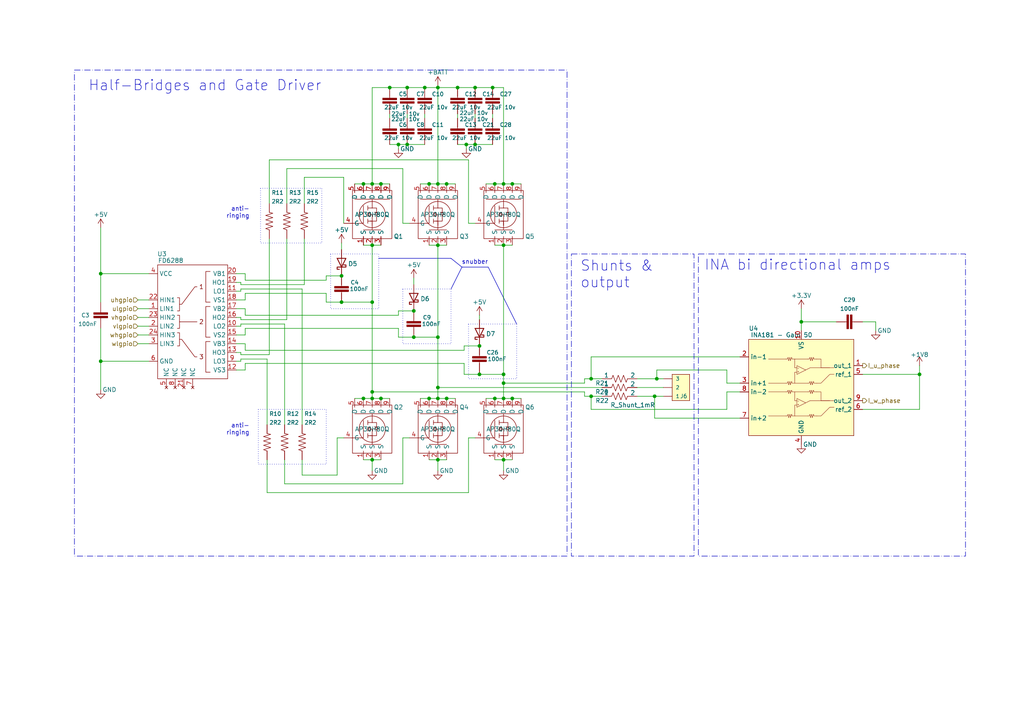
<source format=kicad_sch>
(kicad_sch (version 20231120) (generator "eeschema") (generator_version "8.0")
  (paper "A4")
  (lib_symbols
    (symbol "Device:D_Schottky" (pin_numbers hide) (pin_names (offset 1.016) hide)
      (property "Reference" "D" (at 0 2.54 0))
      (property "Value" "D_Schottky" (at 0 -2.54 0))
      (symbol "D_Schottky_0_1"
        (polyline (pts (xy 1.27 0) (xy -1.27 0)))
        (polyline (pts (xy 1.27 1.27) (xy 1.27 -1.27) (xy -1.27 0) (xy 1.27 1.27)) (stroke (width 0.254)))
        (polyline (pts (xy -1.905 0.635) (xy -1.905 1.27) (xy -1.27 1.27) (xy -1.27 -1.27) (xy -0.635 -1.27) (xy -0.635 -0.635)) (stroke (width 0.254)))
      )
      (symbol "D_Schottky_1_1"
        (pin passive line (at -3.81 0 0) (length 2.54) (name "K") (number "1"))
        (pin passive line (at 3.81 0 180) (length 2.54) (name "A") (number "2"))
      )
    )
    (symbol "R_Shunt_US_1" (pin_numbers hide) (pin_names (offset 0))
      (property "Reference" "R15" (at 3.81 6.35 90))
      (property "Value" "R_Shunt_US" (at 6.35 -3.81 90))
      (symbol "R_Shunt_US_1_1_1"
        (polyline (pts (xy 0 -2.286) (xy 0 -2.54)))
        (polyline (pts (xy 0 2.286) (xy 0 2.54)))
        (polyline (pts (xy 0 -0.762) (xy 1.016 -1.143) (xy 0 -1.524) (xy -1.016 -1.905) (xy 0 -2.286)))
        (polyline (pts (xy 0 0.762) (xy 1.016 0.381) (xy 0 0) (xy -1.016 -0.381) (xy 0 -0.762)))
        (polyline (pts (xy 0 2.286) (xy 1.016 1.905) (xy 0 1.524) (xy -1.016 1.143) (xy 0 0.762)))
        (pin passive line (at 0 5.08 270) (length 2.54) (name "1") (number "1"))
        (pin passive line (at 0 -5.08 90) (length 2.54) (name "2") (number "2"))
      )
    )
    (symbol "motorgo_components:AP30H80Q"
      (property "Reference" "Q" (at -8.255 8.255 0))
      (symbol "AP30H80Q_0_1"
        (polyline (pts (xy -5.08 4.445) (xy 5.08 4.445)))
        (polyline (pts (xy -2.54 -4.445) (xy 2.54 -4.445)))
        (polyline (pts (xy -1.27 -1.27) (xy -1.27 -2.54)))
        (polyline (pts (xy -1.27 0.635) (xy -1.27 -0.635)))
        (polyline (pts (xy -1.27 2.54) (xy -1.27 1.27)))
        (polyline (pts (xy 0 -1.905) (xy 0 -4.445)))
        (polyline (pts (xy 0 1.905) (xy 0 4.445)))
        (polyline (pts (xy 0.635 0.635) (xy 1.905 0.635)))
        (polyline (pts (xy -0.635 0) (xy 0 0) (xy 0 -3.175)))
        (polyline (pts (xy 1.27 0.635) (xy 1.27 1.905) (xy 0 1.905)))
        (polyline (pts (xy -0.635 0.635) (xy -1.27 0) (xy -0.635 -0.635) (xy -0.635 0.635)))
        (polyline (pts (xy -5.715 -2.54) (xy -5.715 -2.54) (xy -5.715 -2.54) (xy -2.54 -2.54) (xy -2.54 2.54)))
        (polyline (pts (xy -0.635 -1.905) (xy 1.27 -1.905) (xy 1.27 0) (xy 0.635 0) (xy 1.27 0.635) (xy 1.905 0) (xy 1.27 0)))
        (circle (center 0 0) (radius 3.81))
      )
      (symbol "AP30H80Q_1_1"
        (rectangle (start -5.715 6.985) (end 5.715 -6.985))
        (polyline (pts (xy -1.27 -1.905) (xy 0 -1.905)))
        (polyline (pts (xy -1.27 1.905) (xy 0 1.905)))
        (pin input line (at -2.54 -8.89 90) (length 2.54) (name "S") (number "1"))
        (pin input line (at 0 -8.89 90) (length 2.54) (name "S") (number "2"))
        (pin input line (at 2.54 -8.89 90) (length 2.54) (name "S") (number "3"))
        (pin input line (at -8.255 -2.54 0) (length 2.54) (name "G") (number "4"))
        (pin input line (at -5.08 8.89 270) (length 2.54) (name "D") (number "5"))
        (pin input line (at -2.54 8.89 270) (length 2.54) (name "D") (number "6"))
        (pin input line (at 0 8.89 270) (length 2.54) (name "D") (number "7"))
        (pin input line (at 2.54 8.89 270) (length 2.54) (name "D") (number "8"))
        (pin input line (at 5.08 8.89 270) (length 2.54) (name "D") (number "9"))
      )
    )
    (symbol "motorgo_components:FD6288Q"
      (property "Reference" "U" (at -8.89 17.78 0))
      (symbol "FD6288Q_0_1"
        (rectangle (start -10.16 16.51) (end 10.16 -16.51))
        (polyline (pts (xy 5.08 -14.605) (xy 3.81 -14.605) (xy 3.81 -5.715) (xy 5.08 -5.715)))
        (polyline (pts (xy 5.08 -4.445) (xy 3.81 -4.445) (xy 3.81 4.445) (xy 5.08 4.445)))
        (polyline (pts (xy 5.08 5.715) (xy 3.81 5.715) (xy 3.81 14.605) (xy 5.08 14.605)))
      )
      (symbol "FD6288Q_1_1"
        (polyline (pts (xy -3.81 0) (xy 1.27 0)))
        (polyline (pts (xy -4.445 -6.985) (xy -3.81 -6.985) (xy -3.81 -3.175) (xy -4.445 -3.175)))
        (polyline (pts (xy -4.445 -1.905) (xy -3.81 -1.905) (xy -3.81 1.905) (xy -4.445 1.905)))
        (polyline (pts (xy -4.445 3.175) (xy -3.81 3.175) (xy -3.81 6.985) (xy -4.445 6.985)))
        (polyline (pts (xy -3.81 -5.08) (xy -3.175 -5.08) (xy 0.635 -10.16) (xy 1.27 -10.16)))
        (polyline (pts (xy -3.81 5.08) (xy -3.175 5.08) (xy 0.635 10.16) (xy 1.27 10.16)))
        (text "1" (at 2.54 10.16 0) (effects (font (size 1.27 1.27))))
        (text "2" (at 2.54 0 0) (effects (font (size 1.27 1.27))))
        (text "3" (at 2.54 -10.16 0) (effects (font (size 1.27 1.27))))
        (pin input line (at -12.7 3.81 0) (length 2.54) (name "LIN1") (number "1"))
        (pin output line (at 12.7 -1.27 180) (length 2.54) (name "LO2") (number "10"))
        (pin output line (at 12.7 8.89 180) (length 2.54) (name "LO1") (number "11"))
        (pin input line (at 12.7 -13.97 180) (length 2.54) (name "VS3") (number "12"))
        (pin output line (at 12.7 -8.89 180) (length 2.54) (name "HO3") (number "13"))
        (pin input line (at 12.7 -6.35 180) (length 2.54) (name "VB3") (number "14"))
        (pin input line (at 12.7 -3.81 180) (length 2.54) (name "VS2") (number "15"))
        (pin output line (at 12.7 1.27 180) (length 2.54) (name "HO2") (number "16"))
        (pin input line (at 12.7 3.81 180) (length 2.54) (name "VB2") (number "17"))
        (pin input line (at 12.7 6.35 180) (length 2.54) (name "VS1") (number "18"))
        (pin output line (at 12.7 11.43 180) (length 2.54) (name "HO1") (number "19"))
        (pin input line (at -12.7 -1.27 0) (length 2.54) (name "LIN2") (number "2"))
        (pin input line (at 12.7 13.97 180) (length 2.54) (name "VB1") (number "20"))
        (pin no_connect line (at -2.54 -19.05 90) (length 2.54) (name "NC") (number "21"))
        (pin input line (at -12.7 6.35 0) (length 2.54) (name "HIN1") (number "22"))
        (pin input line (at -12.7 1.27 0) (length 2.54) (name "HIN2") (number "23"))
        (pin input line (at -12.7 -3.81 0) (length 2.54) (name "HIN3") (number "24"))
        (pin input line (at -12.7 -6.35 0) (length 2.54) (name "LIN3") (number "3"))
        (pin power_in line (at -12.7 13.97 0) (length 2.54) (name "VCC") (number "4"))
        (pin no_connect line (at -7.62 -19.05 90) (length 2.54) (name "NC") (number "5"))
        (pin power_in line (at -12.7 -11.43 0) (length 2.54) (name "GND") (number "6"))
        (pin no_connect line (at 0 -19.05 90) (length 2.54) (name "NC") (number "7"))
        (pin no_connect line (at -5.08 -19.05 90) (length 2.54) (name "NC") (number "8"))
        (pin output line (at 12.7 -11.43 180) (length 2.54) (name "LO3") (number "9"))
      )
    )
    (symbol "motorgo_components:INA2181"
      (property "Reference" "U" (at -14.605 15.24 0))
      (property "Value" "INA2181" (at -7.62 15.24 0))
      (symbol "INA2181_1_1"
        (rectangle (start -15.24 13.97) (end 15.24 -13.97) (fill (type background)))
        (polyline (pts (xy -9.525 -1.27) (xy -4.445 -1.27)) (stroke (width 0.1)))
        (polyline (pts (xy -9.525 8.255) (xy -4.445 8.255)) (stroke (width 0.1)))
        (polyline (pts (xy -4.445 -8.255) (xy -9.525 -8.255)) (stroke (width 0.1)))
        (polyline (pts (xy -4.445 1.27) (xy -9.525 1.27)) (stroke (width 0.1)))
        (polyline (pts (xy -1.016 -4.953) (xy -0.762 -4.953)) (stroke (width 0.1)))
        (polyline (pts (xy -1.016 -3.937) (xy -0.762 -3.937)) (stroke (width 0.1)))
        (polyline (pts (xy -1.016 4.572) (xy -0.762 4.572)) (stroke (width 0.1)))
        (polyline (pts (xy -1.016 5.588) (xy -0.762 5.588)) (stroke (width 0.1)))
        (polyline (pts (xy -0.889 -5.08) (xy -0.889 -4.826)) (stroke (width 0.1)))
        (polyline (pts (xy -0.889 4.445) (xy -0.889 4.699)) (stroke (width 0.1)))
        (polyline (pts (xy 1.27 -4.445) (xy 2.54 -3.81) (xy 8.255 -3.81)) (stroke (width 0.1)))
        (polyline (pts (xy 1.27 5.08) (xy 2.54 5.715) (xy 8.255 5.715)) (stroke (width 0.1)))
        (polyline (pts (xy -1.27 -5.08) (xy -1.905 -5.08) (xy -1.905 -8.255) (xy 1.905 -8.255)) (stroke (width 0.1)))
        (polyline (pts (xy -1.27 -3.81) (xy -1.905 -3.81) (xy -1.905 -1.27) (xy 1.905 -1.27)) (stroke (width 0.1)))
        (polyline (pts (xy -1.27 -3.175) (xy -1.27 -5.715) (xy 1.27 -4.445) (xy -1.27 -3.175)) (stroke (width 0.1)))
        (polyline (pts (xy -1.27 4.445) (xy -1.905 4.445) (xy -1.905 1.27) (xy 1.905 1.27)) (stroke (width 0.1)))
        (polyline (pts (xy -1.27 5.715) (xy -1.905 5.715) (xy -1.905 8.255) (xy 1.905 8.255)) (stroke (width 0.1)))
        (polyline (pts (xy -1.27 6.35) (xy -1.27 3.81) (xy 1.27 5.08) (xy -1.27 6.35)) (stroke (width 0.1)))
        (polyline (pts (xy 4.445 -8.255) (xy 5.715 -8.255) (xy 8.255 -5.715) (xy 9.525 -5.715)) (stroke (width 0.1)))
        (polyline (pts (xy 4.445 1.27) (xy 5.715 1.27) (xy 8.255 3.81) (xy 9.525 3.81)) (stroke (width 0.1)))
        (polyline (pts (xy 9.525 -3.81) (xy 5.715 -3.81) (xy 5.715 -1.27) (xy 4.445 -1.27)) (stroke (width 0.1)))
        (polyline (pts (xy 9.525 5.715) (xy 5.715 5.715) (xy 5.715 8.255) (xy 4.445 8.255)) (stroke (width 0.1)))
        (polyline (pts (xy -4.445 -8.255) (xy -4.064 -8.255) (xy -3.81 -7.747) (xy -3.683 -8.763) (xy -3.302 -7.747) (xy -3.175 -8.763) (xy -2.794 -7.747) (xy -2.667 -8.255) (xy -1.905 -8.255)) (stroke (width 0.1)))
        (polyline (pts (xy -4.445 -1.27) (xy -4.064 -1.27) (xy -3.81 -0.762) (xy -3.683 -1.778) (xy -3.302 -0.762) (xy -3.175 -1.778) (xy -2.794 -0.762) (xy -2.667 -1.27) (xy -1.905 -1.27)) (stroke (width 0.1)))
        (polyline (pts (xy -4.445 1.27) (xy -4.064 1.27) (xy -3.81 1.778) (xy -3.683 0.762) (xy -3.302 1.778) (xy -3.175 0.762) (xy -2.794 1.778) (xy -2.667 1.27) (xy -1.905 1.27)) (stroke (width 0.1)))
        (polyline (pts (xy -4.445 8.255) (xy -4.064 8.255) (xy -3.81 8.763) (xy -3.683 7.747) (xy -3.302 8.763) (xy -3.175 7.747) (xy -2.794 8.763) (xy -2.667 8.255) (xy -1.905 8.255)) (stroke (width 0.1)))
        (polyline (pts (xy 1.905 -8.255) (xy 2.286 -8.255) (xy 2.54 -7.747) (xy 2.667 -8.763) (xy 3.048 -7.747) (xy 3.175 -8.763) (xy 3.556 -7.747) (xy 3.683 -8.255) (xy 4.445 -8.255)) (stroke (width 0.1)))
        (polyline (pts (xy 1.905 -1.27) (xy 2.286 -1.27) (xy 2.54 -0.762) (xy 2.667 -1.778) (xy 3.048 -0.762) (xy 3.175 -1.778) (xy 3.556 -0.762) (xy 3.683 -1.27) (xy 4.445 -1.27)) (stroke (width 0.1)))
        (polyline (pts (xy 1.905 1.27) (xy 2.286 1.27) (xy 2.54 1.778) (xy 2.667 0.762) (xy 3.048 1.778) (xy 3.175 0.762) (xy 3.556 1.778) (xy 3.683 1.27) (xy 4.445 1.27)) (stroke (width 0.1)))
        (polyline (pts (xy 1.905 8.255) (xy 2.286 8.255) (xy 2.54 8.763) (xy 2.667 7.747) (xy 3.048 8.763) (xy 3.175 7.747) (xy 3.556 8.763) (xy 3.683 8.255) (xy 4.445 8.255)) (stroke (width 0.1)))
        (pin input line (at 17.78 6.35 180) (length 2.54) (name "out_1") (number "1"))
        (pin power_in line (at 0 16.51 270) (length 2.54) (name "VS") (number "10"))
        (pin input line (at -17.78 8.89 0) (length 2.54) (name "in-1") (number "2"))
        (pin input line (at -17.78 1.27 0) (length 2.54) (name "in+1") (number "3"))
        (pin power_in line (at 0 -16.51 90) (length 2.54) (name "GND") (number "4"))
        (pin input line (at 17.78 3.81 180) (length 2.54) (name "ref_1") (number "5"))
        (pin input line (at 17.78 -6.35 180) (length 2.54) (name "ref_2") (number "6"))
        (pin input line (at -17.78 -8.89 0) (length 2.54) (name "in+2") (number "7"))
        (pin input line (at -17.78 -1.27 0) (length 2.54) (name "in-2") (number "8"))
        (pin input line (at 17.78 -3.81 180) (length 2.54) (name "out_2") (number "9"))
      )
    )
    (symbol "power:+1V8" (power) (pin_names (offset 0))
      (property "Value" "+1V8" (at 0 3.556 0))
      (symbol "+1V8_0_1"
        (polyline (pts (xy -0.762 1.27) (xy 0 2.54)))
        (polyline (pts (xy 0 0) (xy 0 2.54)))
        (polyline (pts (xy 0 2.54) (xy 0.762 1.27)))
      )
      (symbol "+1V8_1_1"
        (pin power_in line (at 0 0 90) (length 0) hide (name "+1V8") (number "1"))
      )
    )
    (symbol "power:+3.3V" (power) (pin_names (offset 0))
      (property "Value" "+3.3V" (at 0 3.556 0))
      (symbol "+3.3V_0_1"
        (polyline (pts (xy -0.762 1.27) (xy 0 2.54)))
        (polyline (pts (xy 0 0) (xy 0 2.54)))
        (polyline (pts (xy 0 2.54) (xy 0.762 1.27)))
      )
      (symbol "+3.3V_1_1"
        (pin power_in line (at 0 0 90) (length 0) hide (name "+3.3V") (number "1"))
      )
    )
    (symbol "power:+5V" (power) (pin_names (offset 0))
      (property "Value" "+5V" (at 0 3.556 0))
      (symbol "+5V_0_1"
        (polyline (pts (xy -0.762 1.27) (xy 0 2.54)))
        (polyline (pts (xy 0 0) (xy 0 2.54)))
        (polyline (pts (xy 0 2.54) (xy 0.762 1.27)))
      )
      (symbol "+5V_1_1"
        (pin power_in line (at 0 0 90) (length 0) hide (name "+5V") (number "1"))
      )
    )
    (symbol "power:+BATT" (power) (pin_names (offset 0))
      (property "Value" "+BATT" (at 0 3.556 0))
      (symbol "+BATT_0_1"
        (polyline (pts (xy -0.762 1.27) (xy 0 2.54)))
        (polyline (pts (xy 0 0) (xy 0 2.54)))
        (polyline (pts (xy 0 2.54) (xy 0.762 1.27)))
      )
      (symbol "+BATT_1_1"
        (pin power_in line (at 0 0 90) (length 0) hide (name "+BATT") (number "1"))
      )
    )
    (symbol "power:GND" (power) (pin_names (offset 0))
      (property "Value" "GND" (at 0 -3.81 0))
      (symbol "GND_0_1"
        (polyline (pts (xy 0 0) (xy 0 -1.27) (xy 1.27 -1.27) (xy 0 -2.54) (xy -1.27 -1.27) (xy 0 -1.27)))
      )
      (symbol "GND_1_1"
        (pin power_in line (at 0 0 270) (length 0) hide (name "GND") (number "1"))
      )
    )
    (symbol "sparkfun_capacitors:0.1UF-0402-16V-10%" (pin_numbers hide) (pin_names (offset 1.016) hide)
      (property "Reference" "C" (at 1.524 2.921 0))
      (property "Value" "0.1UF-0402-16V-10%" (at 1.524 -2.159 0))
      (property "Field4" "CAP-12416" (at 0 7.62 0))
      (symbol "0.1UF-0402-16V-10%_1_0"
        (polyline (pts (xy 0 0) (xy 0 0.508)))
        (polyline (pts (xy 0 2.54) (xy 0 2.032)))
      )
      (symbol "0.1UF-0402-16V-10%_1_1"
        (rectangle (start -2.032 0.508) (end 2.032 1.016) (fill (type outline)))
        (rectangle (start -2.032 1.524) (end 2.032 2.032) (fill (type outline)))
        (pin passive line (at 0 5.08 270) (length 2.54) (name "1") (number "1"))
        (pin passive line (at 0 -2.54 90) (length 2.54) (name "2") (number "2"))
      )
    )
    (symbol "sparkfun_connectors:CONN_03POLAR_LOCK" (pin_numbers hide) (pin_names (offset 1.016))
      (property "Reference" "J" (at -5.08 7.62 0))
      (property "Value" "CONN_03POLAR_LOCK" (at -5.08 -3.81 0))
      (property "Field4" "CONN-08625" (at 0 11.43 0))
      (symbol "CONN_03POLAR_LOCK_0_1"
        (rectangle (start -5.08 6.35) (end 0 -1.27) (fill (type background)))
      )
      (symbol "CONN_03POLAR_LOCK_1_1"
        (pin passive line (at 2.54 0 180) (length 2.54) (name "1") (number "1"))
        (pin passive line (at 2.54 2.54 180) (length 2.54) (name "2") (number "2"))
        (pin passive line (at 2.54 5.08 180) (length 2.54) (name "3") (number "3"))
      )
    )
    (symbol "sparkfun_resistors:RESISTOR0603" (pin_numbers hide) (pin_names (offset 1.016) hide)
      (property "Reference" "R" (at -5.08 1.27 0))
      (property "Value" "RESISTOR0603" (at -5.08 -3.81 0))
      (property "Field4" " " (at 0 5.08 0))
      (symbol "RESISTOR0603_1_0"
        (polyline (pts (xy -2.54 0) (xy -2.159 1.016)))
        (polyline (pts (xy -2.159 1.016) (xy -1.524 -1.016)))
        (polyline (pts (xy -1.524 -1.016) (xy -0.889 1.016)))
        (polyline (pts (xy -0.889 1.016) (xy -0.254 -1.016)))
        (polyline (pts (xy -0.254 -1.016) (xy 0.381 1.016)))
        (polyline (pts (xy 0.381 1.016) (xy 1.016 -1.016)))
        (polyline (pts (xy 1.016 -1.016) (xy 1.651 1.016)))
        (polyline (pts (xy 1.651 1.016) (xy 2.286 -1.016)))
        (polyline (pts (xy 2.286 -1.016) (xy 2.54 0)))
      )
      (symbol "RESISTOR0603_1_1"
        (pin passive line (at -5.08 0 0) (length 2.54) (name "1") (number "1"))
        (pin passive line (at 5.08 0 180) (length 2.54) (name "2") (number "2"))
      )
    )
  )
  (junction (at 29.21 79.375))
  (junction (at 120.015 90.17))
  (junction (at 143.51 115.57))
  (junction (at 123.19 25.4))
  (junction (at 113.03 25.4))
  (junction (at 107.95 53.34))
  (junction (at 146.05 133.35))
  (junction (at 107.95 87.63))
  (junction (at 124.46 53.34))
  (junction (at 129.54 115.57))
  (junction (at 142.875 25.4))
  (junction (at 232.41 93.345))
  (junction (at 129.54 53.34))
  (junction (at 139.065 100.33))
  (junction (at 143.51 53.34))
  (junction (at 29.21 104.775))
  (junction (at 146.05 115.57))
  (junction (at 120.015 97.79))
  (junction (at 115.57 41.91))
  (junction (at 110.49 53.34))
  (junction (at 132.715 25.4))
  (junction (at 127 53.34))
  (junction (at 127 71.12))
  (junction (at 124.46 115.57))
  (junction (at 137.795 41.91))
  (junction (at 107.95 71.12))
  (junction (at 127 25.4))
  (junction (at 127 97.79))
  (junction (at 127 112.395))
  (junction (at 146.05 71.12))
  (junction (at 137.795 25.4))
  (junction (at 146.05 108.585))
  (junction (at 127 133.35))
  (junction (at 171.45 109.855))
  (junction (at 139.065 108.585))
  (junction (at 110.49 115.57))
  (junction (at 146.05 53.34))
  (junction (at 118.11 41.91))
  (junction (at 266.7 108.585))
  (junction (at 148.59 115.57))
  (junction (at 148.59 53.34))
  (junction (at 105.41 115.57))
  (junction (at 107.95 133.35))
  (junction (at 99.06 80.01))
  (junction (at 135.255 41.91))
  (junction (at 146.05 111.125))
  (junction (at 190.5 109.855))
  (junction (at 107.95 115.57))
  (junction (at 105.41 53.34))
  (junction (at 99.06 87.63))
  (junction (at 118.11 25.4))
  (junction (at 127 115.57))
  (junction (at 171.45 114.935))
  (junction (at 189.865 114.935))
  (junction (at 107.95 113.665))
  (wire (pts (xy 71.12 81.28) (xy 71.12 79.375)))
  (wire (pts (xy 69.85 94.615) (xy 68.58 94.615)))
  (wire (pts (xy 88.265 51.435) (xy 99.695 51.435)))
  (wire (pts (xy 127 97.79) (xy 127 112.395)))
  (wire (pts (xy 124.46 133.35) (xy 127 133.35)))
  (wire (pts (xy 40.005 97.155) (xy 43.18 97.155)))
  (polyline (pts (xy 109.855 74.93) (xy 130.81 74.93)))
  (wire (pts (xy 71.12 107.315) (xy 71.12 105.41)))
  (wire (pts (xy 127 53.34) (xy 129.54 53.34)))
  (wire (pts (xy 78.105 59.055) (xy 78.105 46.355)))
  (wire (pts (xy 132.715 25.4) (xy 137.795 25.4)))
  (wire (pts (xy 148.59 115.57) (xy 151.13 115.57)))
  (wire (pts (xy 71.12 105.41) (xy 134.62 105.41)))
  (wire (pts (xy 171.45 109.855) (xy 169.545 109.855)))
  (wire (pts (xy 171.45 109.855) (xy 174.625 109.855)))
  (wire (pts (xy 88.265 51.435) (xy 88.265 59.055)))
  (wire (pts (xy 135.89 142.875) (xy 77.47 142.875)))
  (wire (pts (xy 146.05 115.57) (xy 148.59 115.57)))
  (wire (pts (xy 127 112.395) (xy 127 115.57)))
  (wire (pts (xy 127 115.57) (xy 129.54 115.57)))
  (wire (pts (xy 146.05 111.125) (xy 169.545 111.125)))
  (wire (pts (xy 115.57 41.91) (xy 118.11 41.91)))
  (wire (pts (xy 110.49 53.34) (xy 113.03 53.34)))
  (wire (pts (xy 82.55 140.335) (xy 116.84 140.335)))
  (wire (pts (xy 171.45 114.935) (xy 171.45 118.745)))
  (wire (pts (xy 69.85 93.98) (xy 82.55 93.98)))
  (wire (pts (xy 116.84 48.895) (xy 83.185 48.895)))
  (wire (pts (xy 137.795 33.02) (xy 137.795 34.29)))
  (wire (pts (xy 97.79 127) (xy 99.695 127)))
  (wire (pts (xy 127 71.12) (xy 129.54 71.12)))
  (wire (pts (xy 29.21 95.25) (xy 29.21 104.775)))
  (wire (pts (xy 232.41 93.345) (xy 232.41 95.885)))
  (wire (pts (xy 68.58 92.075) (xy 69.85 92.075)))
  (wire (pts (xy 123.19 25.4) (xy 127 25.4)))
  (wire (pts (xy 143.51 53.34) (xy 146.05 53.34)))
  (wire (pts (xy 115.57 91.44) (xy 115.57 90.17)))
  (wire (pts (xy 135.255 41.91) (xy 135.255 43.18)))
  (wire (pts (xy 40.005 89.535) (xy 43.18 89.535)))
  (wire (pts (xy 124.46 115.57) (xy 127 115.57)))
  (wire (pts (xy 71.12 81.28) (xy 94.615 81.28)))
  (wire (pts (xy 71.12 85.09) (xy 94.615 85.09)))
  (wire (pts (xy 87.63 137.795) (xy 87.63 133.35)))
  (wire (pts (xy 210.82 113.665) (xy 210.82 118.745)))
  (wire (pts (xy 115.57 90.17) (xy 120.015 90.17)))
  (wire (pts (xy 69.85 84.455) (xy 68.58 84.455)))
  (wire (pts (xy 134.62 108.585) (xy 139.065 108.585)))
  (wire (pts (xy 143.51 115.57) (xy 146.05 115.57)))
  (wire (pts (xy 116.84 64.77) (xy 118.745 64.77)))
  (wire (pts (xy 105.41 53.34) (xy 107.95 53.34)))
  (wire (pts (xy 250.19 118.745) (xy 266.7 118.745)))
  (wire (pts (xy 127 24.765) (xy 127 25.4)))
  (wire (pts (xy 184.7717 112.395) (xy 192.405 112.395)))
  (wire (pts (xy 139.065 108.585) (xy 146.05 108.585)))
  (wire (pts (xy 107.95 25.4) (xy 107.95 53.34)))
  (wire (pts (xy 69.85 81.915) (xy 68.58 81.915)))
  (wire (pts (xy 169.545 114.935) (xy 171.45 114.935)))
  (wire (pts (xy 113.03 33.02) (xy 113.03 34.29)))
  (wire (pts (xy 135.89 46.355) (xy 135.89 64.77)))
  (wire (pts (xy 102.87 115.57) (xy 105.41 115.57)))
  (wire (pts (xy 107.95 25.4) (xy 113.03 25.4)))
  (wire (pts (xy 115.57 95.25) (xy 115.57 97.79)))
  (wire (pts (xy 107.95 115.57) (xy 110.49 115.57)))
  (wire (pts (xy 115.57 97.79) (xy 120.015 97.79)))
  (wire (pts (xy 232.41 93.345) (xy 242.57 93.345)))
  (polyline (pts (xy 141.605 77.47) (xy 133.985 77.47)))
  (wire (pts (xy 143.51 71.12) (xy 146.05 71.12)))
  (wire (pts (xy 40.005 86.995) (xy 43.18 86.995)))
  (wire (pts (xy 71.12 79.375) (xy 68.58 79.375)))
  (wire (pts (xy 118.11 25.4) (xy 123.19 25.4)))
  (wire (pts (xy 120.015 80.645) (xy 120.015 82.55)))
  (wire (pts (xy 146.05 71.12) (xy 146.05 108.585)))
  (wire (pts (xy 190.5 107.315) (xy 190.5 109.855)))
  (wire (pts (xy 169.545 113.665) (xy 169.545 114.935)))
  (wire (pts (xy 97.79 137.795) (xy 87.63 137.795)))
  (wire (pts (xy 110.49 115.57) (xy 113.03 115.57)))
  (wire (pts (xy 189.865 121.285) (xy 214.63 121.285)))
  (wire (pts (xy 134.62 101.6) (xy 134.62 100.33)))
  (wire (pts (xy 69.85 92.075) (xy 69.85 92.71)))
  (wire (pts (xy 88.265 69.215) (xy 88.265 82.55)))
  (wire (pts (xy 105.41 71.12) (xy 107.95 71.12)))
  (wire (pts (xy 171.45 118.745) (xy 210.82 118.745)))
  (wire (pts (xy 94.615 80.01) (xy 99.06 80.01)))
  (wire (pts (xy 43.18 79.375) (xy 29.21 79.375)))
  (wire (pts (xy 118.11 33.02) (xy 118.11 34.29)))
  (wire (pts (xy 29.21 104.775) (xy 29.21 113.03)))
  (wire (pts (xy 40.005 94.615) (xy 43.18 94.615)))
  (wire (pts (xy 116.84 127) (xy 118.745 127)))
  (wire (pts (xy 68.58 107.315) (xy 71.12 107.315)))
  (wire (pts (xy 116.84 127) (xy 116.84 140.335)))
  (wire (pts (xy 118.11 25.4) (xy 113.03 25.4)))
  (polyline (pts (xy 131.445 82.55) (xy 130.81 83.82)))
  (wire (pts (xy 107.95 133.35) (xy 110.49 133.35)))
  (wire (pts (xy 107.95 87.63) (xy 107.95 113.665)))
  (wire (pts (xy 78.105 102.87) (xy 78.105 69.215)))
  (wire (pts (xy 115.57 41.91) (xy 115.57 43.18)))
  (wire (pts (xy 146.05 133.35) (xy 146.05 136.525)))
  (wire (pts (xy 169.545 111.125) (xy 169.545 109.855)))
  (wire (pts (xy 148.59 53.34) (xy 151.13 53.34)))
  (wire (pts (xy 107.95 133.35) (xy 107.95 136.525)))
  (wire (pts (xy 210.82 107.315) (xy 210.82 111.125)))
  (wire (pts (xy 71.12 86.995) (xy 68.58 86.995)))
  (wire (pts (xy 99.06 70.485) (xy 99.06 72.39)))
  (wire (pts (xy 135.89 64.77) (xy 137.795 64.77)))
  (wire (pts (xy 123.19 33.02) (xy 123.19 34.29)))
  (wire (pts (xy 29.21 104.775) (xy 43.18 104.775)))
  (wire (pts (xy 83.185 48.895) (xy 83.185 59.055)))
  (wire (pts (xy 146.05 111.125) (xy 146.05 115.57)))
  (wire (pts (xy 129.54 115.57) (xy 132.08 115.57)))
  (wire (pts (xy 190.5 107.315) (xy 210.82 107.315)))
  (wire (pts (xy 121.92 115.57) (xy 124.46 115.57)))
  (wire (pts (xy 139.065 107.95) (xy 139.065 108.585)))
  (wire (pts (xy 146.05 133.35) (xy 148.59 133.35)))
  (wire (pts (xy 135.89 127) (xy 135.89 142.875)))
  (wire (pts (xy 189.865 114.935) (xy 192.405 114.935)))
  (wire (pts (xy 127 25.4) (xy 132.715 25.4)))
  (wire (pts (xy 71.12 91.44) (xy 115.57 91.44)))
  (wire (pts (xy 254 93.345) (xy 254 95.885)))
  (wire (pts (xy 69.85 102.87) (xy 78.105 102.87)))
  (wire (pts (xy 142.875 33.02) (xy 142.875 34.29)))
  (wire (pts (xy 116.84 48.895) (xy 116.84 64.77)))
  (wire (pts (xy 250.19 108.585) (xy 266.7 108.585)))
  (wire (pts (xy 137.795 25.4) (xy 142.875 25.4)))
  (wire (pts (xy 29.21 79.375) (xy 29.21 66.04)))
  (wire (pts (xy 146.05 108.585) (xy 146.05 111.125)))
  (wire (pts (xy 137.795 41.91) (xy 142.875 41.91)))
  (wire (pts (xy 68.58 97.155) (xy 71.12 97.155)))
  (wire (pts (xy 146.05 25.4) (xy 142.875 25.4)))
  (wire (pts (xy 140.97 115.57) (xy 143.51 115.57)))
  (wire (pts (xy 87.63 123.19) (xy 87.63 83.82)))
  (wire (pts (xy 68.58 99.695) (xy 71.12 99.695)))
  (wire (pts (xy 69.85 82.55) (xy 69.85 81.915)))
  (wire (pts (xy 69.85 104.14) (xy 69.85 104.775)))
  (wire (pts (xy 107.95 113.665) (xy 169.545 113.665)))
  (wire (pts (xy 210.82 111.125) (xy 214.63 111.125)))
  (wire (pts (xy 132.715 33.02) (xy 132.715 34.29)))
  (wire (pts (xy 94.615 87.63) (xy 99.06 87.63)))
  (wire (pts (xy 127 71.12) (xy 127 97.79)))
  (wire (pts (xy 71.12 85.09) (xy 71.12 86.995)))
  (wire (pts (xy 40.005 92.075) (xy 43.18 92.075)))
  (wire (pts (xy 184.785 114.935) (xy 189.865 114.935)))
  (polyline (pts (xy 130.81 74.93) (xy 133.985 77.47)))
  (wire (pts (xy 120.015 97.79) (xy 127 97.79)))
  (wire (pts (xy 77.47 104.14) (xy 69.85 104.14)))
  (wire (pts (xy 71.12 95.25) (xy 115.57 95.25)))
  (wire (pts (xy 68.58 102.235) (xy 69.85 102.235)))
  (wire (pts (xy 77.47 123.19) (xy 77.47 104.14)))
  (wire (pts (xy 250.19 93.345) (xy 254 93.345)))
  (wire (pts (xy 105.41 133.35) (xy 107.95 133.35)))
  (wire (pts (xy 189.865 114.935) (xy 189.865 121.285)))
  (wire (pts (xy 107.95 71.12) (xy 110.49 71.12)))
  (wire (pts (xy 87.63 83.82) (xy 69.85 83.82)))
  (wire (pts (xy 68.58 89.535) (xy 71.12 89.535)))
  (wire (pts (xy 184.785 109.855) (xy 190.5 109.855)))
  (wire (pts (xy 68.58 104.775) (xy 69.85 104.775)))
  (wire (pts (xy 71.12 99.695) (xy 71.12 101.6)))
  (wire (pts (xy 124.46 53.34) (xy 127 53.34)))
  (wire (pts (xy 124.46 71.12) (xy 127 71.12)))
  (wire (pts (xy 146.05 53.34) (xy 148.59 53.34)))
  (wire (pts (xy 97.79 127) (xy 97.79 137.795)))
  (wire (pts (xy 143.51 133.35) (xy 146.05 133.35)))
  (wire (pts (xy 140.97 53.34) (xy 143.51 53.34)))
  (wire (pts (xy 132.715 41.91) (xy 135.255 41.91)))
  (wire (pts (xy 77.47 142.875) (xy 77.47 133.35)))
  (wire (pts (xy 69.85 93.98) (xy 69.85 94.615)))
  (wire (pts (xy 71.12 89.535) (xy 71.12 91.44)))
  (wire (pts (xy 69.85 92.71) (xy 83.185 92.71)))
  (wire (pts (xy 266.7 106.045) (xy 266.7 108.585)))
  (wire (pts (xy 82.55 93.98) (xy 82.55 123.19)))
  (wire (pts (xy 171.45 103.505) (xy 214.63 103.505)))
  (wire (pts (xy 139.065 91.44) (xy 139.065 92.71)))
  (wire (pts (xy 107.95 113.665) (xy 107.95 115.57)))
  (wire (pts (xy 266.7 108.585) (xy 266.7 118.745)))
  (polyline (pts (xy 131.445 82.55) (xy 133.985 77.47)))
  (wire (pts (xy 102.87 53.34) (xy 105.41 53.34)))
  (wire (pts (xy 105.41 115.57) (xy 107.95 115.57)))
  (wire (pts (xy 71.12 101.6) (xy 134.62 101.6)))
  (wire (pts (xy 121.92 53.34) (xy 124.46 53.34)))
  (wire (pts (xy 134.62 100.33) (xy 139.065 100.33)))
  (wire (pts (xy 190.5 109.855) (xy 192.405 109.855)))
  (wire (pts (xy 69.85 102.235) (xy 69.85 102.87)))
  (wire (pts (xy 127 25.4) (xy 127 53.34)))
  (wire (pts (xy 127 112.395) (xy 174.6117 112.395)))
  (wire (pts (xy 135.89 127) (xy 137.795 127)))
  (wire (pts (xy 40.005 99.695) (xy 43.18 99.695)))
  (wire (pts (xy 210.82 113.665) (xy 214.63 113.665)))
  (wire (pts (xy 118.11 41.91) (xy 123.19 41.91)))
  (wire (pts (xy 113.03 41.91) (xy 115.57 41.91)))
  (wire (pts (xy 82.55 133.35) (xy 82.55 140.335)))
  (polyline (pts (xy 149.86 93.98) (xy 141.605 77.47)))
  (wire (pts (xy 146.05 25.4) (xy 146.05 53.34)))
  (wire (pts (xy 127 133.35) (xy 129.54 133.35)))
  (wire (pts (xy 71.12 97.155) (xy 71.12 95.25)))
  (wire (pts (xy 146.05 71.12) (xy 148.59 71.12)))
  (wire (pts (xy 94.615 81.28) (xy 94.615 80.01)))
  (wire (pts (xy 107.95 53.34) (xy 110.49 53.34)))
  (wire (pts (xy 135.255 41.91) (xy 137.795 41.91)))
  (wire (pts (xy 29.21 79.375) (xy 29.21 87.63)))
  (wire (pts (xy 171.45 114.935) (xy 174.625 114.935)))
  (wire (pts (xy 69.85 83.82) (xy 69.85 84.455)))
  (wire (pts (xy 99.695 51.435) (xy 99.695 64.77)))
  (wire (pts (xy 134.62 105.41) (xy 134.62 108.585)))
  (wire (pts (xy 171.45 109.855) (xy 171.45 103.505)))
  (wire (pts (xy 78.105 46.355) (xy 135.89 46.355)))
  (wire (pts (xy 107.95 71.12) (xy 107.95 87.63)))
  (wire (pts (xy 232.41 89.535) (xy 232.41 93.345)))
  (wire (pts (xy 129.54 53.34) (xy 132.08 53.34)))
  (wire (pts (xy 127 133.35) (xy 127 136.525)))
  (wire (pts (xy 94.615 85.09) (xy 94.615 87.63)))
  (wire (pts (xy 88.265 82.55) (xy 69.85 82.55)))
  (wire (pts (xy 83.185 69.215) (xy 83.185 92.71)))
  (wire (pts (xy 99.06 87.63) (xy 107.95 87.63)))
  (rectangle (start 165.735 73.66) (end 201.295 161.29) (stroke (width 0) (type dash_dot)))
  (rectangle (start 75.565 54.61) (end 93.345 70.485) (stroke (width 0) (type dot)))
  (rectangle (start 116.84 83.82) (end 130.81 99.695) (stroke (width 0) (type dot)))
  (rectangle (start 21.59 20.32) (end 164.465 161.29) (stroke (width 0) (type dash_dot)))
  (rectangle (start 202.565 73.66) (end 280.035 161.29) (stroke (width 0) (type dash_dot)))
  (rectangle (start 95.885 73.66) (end 109.855 89.535) (stroke (width 0) (type dot)))
  (rectangle (start 135.89 93.98) (end 149.86 109.855) (stroke (width 0) (type dot)))
  (rectangle (start 74.93 118.745) (end 94.615 134.62) (stroke (width 0) (type dot)))
  (text "Shunts & \noutput" (at 168.275 83.82 0) (effects (font (size 3 3)) (justify left bottom)))
  (text "anti-\nringing" (at 72.39 126.365 0) (effects (font (size 1.27 1.27)) (justify right bottom)))
  (text "Half-Bridges and Gate Driver\n" (at 93.345 26.67 0) (effects (font (size 3 3)) (justify right bottom)))
  (text "INA bi directional amps" (at 258.445 78.74 0) (effects (font (size 3 3)) (justify right bottom)))
  (text "anti-\nringing" (at 72.39 63.5 0) (effects (font (size 1.27 1.27)) (justify right bottom)))
  (text "snubber\n" (at 141.605 76.835 0) (effects (font (size 1.27 1.27)) (justify right bottom)))
  (hierarchical_label "ulgpio" (shape input) (at 40.005 89.535 180))
  (hierarchical_label "vhgpio" (shape input) (at 40.005 92.075 180))
  (hierarchical_label "uhgpio" (shape input) (at 40.005 86.995 180))
  (hierarchical_label "I_u_phase" (shape output) (at 250.19 106.045 0))
  (hierarchical_label "vlgpio" (shape input) (at 40.005 94.615 180))
  (hierarchical_label "wlgpio" (shape input) (at 40.005 99.695 180))
  (hierarchical_label "I_w_phase" (shape output) (at 250.19 116.205 0))
  (hierarchical_label "whgpio" (shape input) (at 40.005 97.155 180))
  (symbol (lib_id "sparkfun_connectors:CONN_03POLAR_LOCK") (at 194.945 114.935 0) (mirror y) (unit 1)
    (property "Reference" "J6" (at 197.2281 114.909 0) (effects (font (size 1.143 1.143)) (justify right)))
    (property "Value" "DNP" (effects (hide yes)))
    (property "Footprint" "Awesome_Alex_Library:3 phase motor" (effects (hide yes)))
    (property "Field4" "CONN-08625" (effects (hide yes)))
    (property "LCSC_Part_Number" "-" (effects (hide yes)))
  )
  (symbol (lib_id "motorgo_components:AP30H80Q") (at 127 124.46 0) (unit 1)
    (property "Reference" "Q4" (at 134.62 118.11 0))
    (property "Value" "AP30H80Q" (at 127 124.46 0))
    (property "Footprint" "kicad_lceda:AP30H80Q_DFN-8" (effects (hide yes)))
    (property "Datasheet" "https://datasheet.lcsc.com/lcsc/2105241819_ALLPOWER-ShenZhen-Quan-Li-Semiconductor-AP30H80Q_C2828592.pdf" (effects (hide yes)))
    (property "LCSC_Part_Number" "C2828592" (effects (hide yes)))
  )
  (symbol (lib_name "R_Shunt_US_1") (lib_id "Device:R_Shunt_US") (at 179.6917 112.395 90) (unit 1)
    (property "Reference" "R20" (at 174.6117 113.665 90))
    (property "Value" "R_Shunt_1mR" (effects (hide yes)))
    (property "Footprint" "Resistor_SMD:R_2512_6332Metric" (effects (hide yes)))
    (property "Datasheet" "https://datasheet.lcsc.com/lcsc/2209140930_LIZ-Elec-RM2512FBR001GS_C5154734.pdf" (effects (hide yes)))
    (property "LCSC_Part_Number" "C5154734" (effects (hide yes)))
  )
  (symbol (lib_id "sparkfun_resistors:RESISTOR0603") (at 87.63 128.27 90) (unit 1)
    (property "Reference" "R14" (at 88.265 120.015 90) (effects (font (size 1.143 1.143)) (justify right)))
    (property "Value" "2R2" (at 88.265 122.555 90) (effects (font (size 1.143 1.143)) (justify right)))
    (property "Footprint" "Resistor_SMD:R_0402_1005Metric" (effects (hide yes)))
    (property "Field4" " " (at 90.17 131.445 90) (effects (font (size 1.524 1.524)) (justify right)))
    (property "LCSC_Part_Number" "C25158" (effects (hide yes)))
  )
  (symbol (lib_id "sparkfun_capacitors:0.1UF-0402-16V-10%") (at 142.875 27.94 180) (unit 1)
    (property "Reference" "C27" (at 146.685 27.305 0) (effects (font (size 1.143 1.143))))
    (property "Value" "22uF 10v" (at 145.415 31.115 0) (effects (font (size 1.143 1.143))))
    (property "Footprint" "Capacitor_SMD:C_0402_1005Metric" (effects (hide yes)))
    (property "Datasheet" "https://datasheet.lcsc.com/lcsc/2308111745_Murata-Electronics-GRM158R61A226ME15D_C3845593.pdf" (effects (hide yes)))
    (property "Field4" "CAP-12416" (effects (hide yes)))
    (property "LCSC_Part_Number" "C3845593" (effects (hide yes)))
  )
  (symbol (lib_id "power:GND") (at 107.95 136.525 0) (unit 1)
    (property "Reference" "#PWR032" (effects (hide yes)))
    (property "Value" "GND" (at 110.49 136.525 0))
  )
  (symbol (lib_id "motorgo_components:AP30H80Q") (at 146.05 62.23 0) (unit 1)
    (property "Reference" "Q5" (at 153.67 68.58 0))
    (property "Value" "AP30H80Q" (at 146.05 62.23 0))
    (property "Footprint" "kicad_lceda:AP30H80Q_DFN-8" (effects (hide yes)))
    (property "Datasheet" "https://datasheet.lcsc.com/lcsc/2105241819_ALLPOWER-ShenZhen-Quan-Li-Semiconductor-AP30H80Q_C2828592.pdf" (effects (hide yes)))
    (property "LCSC_Part_Number" "C2828592" (effects (hide yes)))
  )
  (symbol (lib_id "motorgo_components:FD6288Q") (at 55.88 93.345 0) (unit 1)
    (property "Reference" "U3" (at 46.99 73.66 0))
    (property "Value" "FD6288" (at 49.53 75.565 0))
    (property "Footprint" "kicad_lceda:FD6288Q_QFN-24" (effects (hide yes)))
    (property "Datasheet" "https://datasheet.lcsc.com/lcsc/1811131655_Fortior-Tech-FD6288Q_C328453.pdf" (effects (hide yes)))
    (property "LCSC_Part_Number" "C328453" (effects (hide yes)))
  )
  (symbol (lib_id "motorgo_components:AP30H80Q") (at 146.05 124.46 0) (unit 1)
    (property "Reference" "Q6" (at 153.67 118.11 0))
    (property "Value" "AP30H80Q" (at 146.05 124.46 0))
    (property "Footprint" "kicad_lceda:AP30H80Q_DFN-8" (effects (hide yes)))
    (property "Datasheet" "https://datasheet.lcsc.com/lcsc/2105241819_ALLPOWER-ShenZhen-Quan-Li-Semiconductor-AP30H80Q_C2828592.pdf" (effects (hide yes)))
    (property "LCSC_Part_Number" "C2828592" (effects (hide yes)))
  )
  (symbol (lib_id "motorgo_components:INA2181") (at 232.41 112.395 0) (unit 1)
    (property "Reference" "U4" (at 217.17 95.25 0) (effects (justify left)))
    (property "Value" "INA181 - Gain 50" (at 226.695 97.155 0))
    (property "Footprint" "aaa_motorgo_components:INA2181_VSSOP_10" (effects (hide yes)))
    (property "Datasheet" "https://datasheet.lcsc.com/lcsc/2304140030_Texas-Instruments-INA2181A1IDGSR_C1848164.pdf" (effects (hide yes)))
    (property "LCSC_Part_Number" "C1848164" (effects (hide yes)))
  )
  (symbol (lib_id "sparkfun_capacitors:0.1UF-0402-16V-10%") (at 132.715 27.94 180) (unit 1)
    (property "Reference" "C12" (at 136.525 27.305 0) (effects (font (size 1.143 1.143))))
    (property "Value" "22uF 10v" (at 135.255 31.115 0) (effects (font (size 1.143 1.143))))
    (property "Footprint" "Capacitor_SMD:C_0402_1005Metric" (effects (hide yes)))
    (property "Datasheet" "https://datasheet.lcsc.com/lcsc/2308111745_Murata-Electronics-GRM158R61A226ME15D_C3845593.pdf" (effects (hide yes)))
    (property "Field4" "CAP-12416" (effects (hide yes)))
    (property "LCSC_Part_Number" "C3845593" (effects (hide yes)))
  )
  (symbol (lib_id "sparkfun_capacitors:0.1UF-0402-16V-10%") (at 142.875 36.83 180) (unit 1)
    (property "Reference" "C28" (at 146.685 36.195 0) (effects (font (size 1.143 1.143))))
    (property "Value" "22uF 10v" (at 145.415 40.005 0) (effects (font (size 1.143 1.143))))
    (property "Footprint" "Capacitor_SMD:C_0402_1005Metric" (effects (hide yes)))
    (property "Datasheet" "https://datasheet.lcsc.com/lcsc/2308111745_Murata-Electronics-GRM158R61A226ME15D_C3845593.pdf" (effects (hide yes)))
    (property "Field4" "CAP-12416" (effects (hide yes)))
    (property "LCSC_Part_Number" "C3845593" (effects (hide yes)))
  )
  (symbol (lib_id "power:GND") (at 29.21 113.03 0) (unit 1)
    (property "Reference" "#PWR030" (effects (hide yes)))
    (property "Value" "GND" (at 31.75 113.03 0))
  )
  (symbol (lib_id "power:GND") (at 135.255 43.18 0) (unit 1)
    (property "Reference" "#PWR037" (effects (hide yes)))
    (property "Value" "GND" (at 137.795 43.18 0))
  )
  (symbol (lib_id "sparkfun_resistors:RESISTOR0603") (at 82.55 128.27 90) (unit 1)
    (property "Reference" "R12" (at 83.185 120.015 90) (effects (font (size 1.143 1.143)) (justify right)))
    (property "Value" "2R2" (at 83.185 122.555 90) (effects (font (size 1.143 1.143)) (justify right)))
    (property "Footprint" "Resistor_SMD:R_0402_1005Metric" (effects (hide yes)))
    (property "Field4" " " (at 85.09 131.445 90) (effects (font (size 1.524 1.524)) (justify right)))
    (property "LCSC_Part_Number" "C25158" (effects (hide yes)))
  )
  (symbol (lib_id "sparkfun_capacitors:0.1UF-0402-16V-10%") (at 118.11 27.94 180) (unit 1)
    (property "Reference" "C7" (at 121.92 27.305 0) (effects (font (size 1.143 1.143))))
    (property "Value" "22uF 10v" (at 117.602 33.02 0) (effects (font (size 1.143 1.143))))
    (property "Footprint" "Capacitor_SMD:C_0402_1005Metric" (effects (hide yes)))
    (property "Datasheet" "https://datasheet.lcsc.com/lcsc/2308111745_Murata-Electronics-GRM158R61A226ME15D_C3845593.pdf" (effects (hide yes)))
    (property "Field4" "CAP-12416" (effects (hide yes)))
    (property "LCSC_Part_Number" "C3845593" (effects (hide yes)))
  )
  (symbol (lib_id "sparkfun_capacitors:0.1UF-0402-16V-10%") (at 139.065 102.87 180) (unit 1)
    (property "Reference" "C26" (at 142.875 102.235 0) (effects (font (size 1.143 1.143))))
    (property "Value" "100nF" (at 144.145 104.14 0) (effects (font (size 1.143 1.143))))
    (property "Footprint" "Capacitor_SMD:C_0402_1005Metric" (effects (hide yes)))
    (property "Datasheet" "https://datasheet.lcsc.com/lcsc/2203221430_YAGEO-CC0402KRX7R7BB104_C60474.pdf" (effects (hide yes)))
    (property "Field4" "CAP-12416" (effects (hide yes)))
    (property "LCSC_Part_Number" "C60474" (effects (hide yes)))
    (property "Manufacturer_Part_Number" "CC0402KRX7R7BB104" (effects (hide yes)))
  )
  (symbol (lib_id "power:GND") (at 127 136.525 0) (unit 1)
    (property "Reference" "#PWR036" (effects (hide yes)))
    (property "Value" "GND" (at 129.54 136.525 0))
  )
  (symbol (lib_id "sparkfun_capacitors:0.1UF-0402-16V-10%") (at 113.03 36.83 180) (unit 1)
    (property "Reference" "C6" (at 116.84 36.195 0) (effects (font (size 1.143 1.143))))
    (property "Value" "22uF 10v" (at 115.57 40.005 0) (effects (font (size 1.143 1.143))))
    (property "Footprint" "Capacitor_SMD:C_0402_1005Metric" (effects (hide yes)))
    (property "Datasheet" "https://datasheet.lcsc.com/lcsc/2308111745_Murata-Electronics-GRM158R61A226ME15D_C3845593.pdf" (effects (hide yes)))
    (property "Field4" "CAP-12416" (effects (hide yes)))
    (property "LCSC_Part_Number" "C3845593" (effects (hide yes)))
  )
  (symbol (lib_id "power:+5V") (at 139.065 91.44 0) (unit 1)
    (property "Reference" "#PWR039" (effects (hide yes)))
    (property "Value" "+5V" (at 139.065 87.63 0))
  )
  (symbol (lib_id "power:GND") (at 115.57 43.18 0) (unit 1)
    (property "Reference" "#PWR033" (effects (hide yes)))
    (property "Value" "GND" (at 118.11 43.18 0))
  )
  (symbol (lib_id "sparkfun_capacitors:0.1UF-0402-16V-10%") (at 29.21 92.71 0) (unit 1)
    (property "Reference" "C3" (at 24.765 91.44 0) (effects (font (size 1.143 1.143))))
    (property "Value" "100nF" (at 25.4 93.98 0) (effects (font (size 1.143 1.143))))
    (property "Footprint" "Capacitor_SMD:C_0402_1005Metric" (effects (hide yes)))
    (property "Datasheet" "https://datasheet.lcsc.com/lcsc/2203221430_YAGEO-CC0402KRX7R7BB104_C60474.pdf" (effects (hide yes)))
    (property "Field4" "CAP-12416" (effects (hide yes)))
    (property "LCSC_Part_Number" "C60474" (effects (hide yes)))
    (property "Manufacturer_Part_Number" "CC0402KRX7R7BB104" (effects (hide yes)))
  )
  (symbol (lib_id "sparkfun_capacitors:0.1UF-0402-16V-10%") (at 123.19 36.83 180) (unit 1)
    (property "Reference" "C11" (at 127 36.195 0) (effects (font (size 1.143 1.143))))
    (property "Value" "22uF 10v" (at 125.73 40.005 0) (effects (font (size 1.143 1.143))))
    (property "Footprint" "Capacitor_SMD:C_0402_1005Metric" (effects (hide yes)))
    (property "Datasheet" "https://datasheet.lcsc.com/lcsc/2308111745_Murata-Electronics-GRM158R61A226ME15D_C3845593.pdf" (effects (hide yes)))
    (property "Field4" "CAP-12416" (effects (hide yes)))
    (property "LCSC_Part_Number" "C3845593" (effects (hide yes)))
  )
  (symbol (lib_id "sparkfun_capacitors:0.1UF-0402-16V-10%") (at 118.11 36.83 180) (unit 1)
    (property "Reference" "C8" (at 121.92 36.195 0) (effects (font (size 1.143 1.143))))
    (property "Value" "22uF 10v" (at 117.602 34.544 0) (effects (font (size 1.143 1.143))))
    (property "Footprint" "Capacitor_SMD:C_0402_1005Metric" (effects (hide yes)))
    (property "Datasheet" "https://datasheet.lcsc.com/lcsc/2308111745_Murata-Electronics-GRM158R61A226ME15D_C3845593.pdf" (effects (hide yes)))
    (property "Field4" "CAP-12416" (effects (hide yes)))
    (property "LCSC_Part_Number" "C3845593" (effects (hide yes)))
  )
  (symbol (lib_id "power:GND") (at 254 95.885 0) (unit 1)
    (property "Reference" "#PWR043" (effects (hide yes)))
    (property "Value" "GND" (at 256.54 95.885 0))
  )
  (symbol (lib_id "power:GND") (at 232.41 128.905 0) (unit 1)
    (property "Reference" "#PWR042" (effects (hide yes)))
    (property "Value" "GND" (at 234.95 128.905 0))
  )
  (symbol (lib_id "power:+5V") (at 29.21 66.04 0) (unit 1)
    (property "Reference" "#PWR029" (effects (hide yes)))
    (property "Value" "+5V" (at 29.21 62.23 0))
  )
  (symbol (lib_id "sparkfun_capacitors:0.1UF-0402-16V-10%") (at 137.795 36.83 180) (unit 1)
    (property "Reference" "C21" (at 141.605 36.195 0) (effects (font (size 1.143 1.143))))
    (property "Value" "22uF 10v" (at 137.414 34.544 0) (effects (font (size 1.143 1.143))))
    (property "Footprint" "Capacitor_SMD:C_0402_1005Metric" (effects (hide yes)))
    (property "Datasheet" "https://datasheet.lcsc.com/lcsc/2308111745_Murata-Electronics-GRM158R61A226ME15D_C3845593.pdf" (effects (hide yes)))
    (property "Field4" "CAP-12416" (effects (hide yes)))
    (property "LCSC_Part_Number" "C3845593" (effects (hide yes)))
  )
  (symbol (lib_id "motorgo_components:AP30H80Q") (at 107.95 124.46 0) (unit 1)
    (property "Reference" "Q2" (at 115.57 118.11 0))
    (property "Value" "AP30H80Q" (at 107.95 124.46 0))
    (property "Footprint" "kicad_lceda:AP30H80Q_DFN-8" (effects (hide yes)))
    (property "Datasheet" "https://datasheet.lcsc.com/lcsc/2105241819_ALLPOWER-ShenZhen-Quan-Li-Semiconductor-AP30H80Q_C2828592.pdf" (effects (hide yes)))
    (property "LCSC_Part_Number" "C2828592" (effects (hide yes)))
  )
  (symbol (lib_id "Device:D_Schottky") (at 120.015 86.36 90) (unit 1)
    (property "Reference" "D6" (at 121.92 86.6775 90) (effects (justify right)))
    (property "Value" "D_Schottky" (effects (hide yes)))
    (property "Footprint" "LCSC_parts:B5819WS_SOD-323" (effects (hide yes)))
    (property "LCSC_Part_Number" "C7420331" (effects (hide yes)))
  )
  (symbol (lib_id "power:+5V") (at 99.06 70.485 0) (unit 1)
    (property "Reference" "#PWR031" (effects (hide yes)))
    (property "Value" "+5V" (at 99.06 66.675 0))
  )
  (symbol (lib_id "sparkfun_resistors:RESISTOR0603") (at 78.105 64.135 90) (unit 1)
    (property "Reference" "R11" (at 78.74 55.88 90) (effects (font (size 1.143 1.143)) (justify right)))
    (property "Value" "2R2" (at 78.74 58.42 90) (effects (font (size 1.143 1.143)) (justify right)))
    (property "Footprint" "Resistor_SMD:R_0402_1005Metric" (effects (hide yes)))
    (property "Field4" " " (at 80.645 67.31 90) (effects (font (size 1.524 1.524)) (justify right)))
    (property "LCSC_Part_Number" "C25158" (effects (hide yes)))
  )
  (symbol (lib_id "motorgo_components:AP30H80Q") (at 107.95 62.23 0) (unit 1)
    (property "Reference" "Q1" (at 115.57 68.58 0))
    (property "Value" "AP30H80Q" (at 107.95 62.23 0))
    (property "Footprint" "kicad_lceda:AP30H80Q_DFN-8" (effects (hide yes)))
    (property "Datasheet" "https://datasheet.lcsc.com/lcsc/2105241819_ALLPOWER-ShenZhen-Quan-Li-Semiconductor-AP30H80Q_C2828592.pdf" (effects (hide yes)))
    (property "LCSC_Part_Number" "C2828592" (effects (hide yes)))
  )
  (symbol (lib_name "R_Shunt_US_1") (lib_id "Device:R_Shunt_US") (at 179.705 114.935 90) (unit 1)
    (property "Reference" "R22" (at 174.625 116.205 90))
    (property "Value" "R_Shunt_1mR" (at 183.515 117.475 90))
    (property "Footprint" "Resistor_SMD:R_2512_6332Metric" (effects (hide yes)))
    (property "Datasheet" "https://datasheet.lcsc.com/lcsc/2209140930_LIZ-Elec-RM2512FBR001GS_C5154734.pdf" (effects (hide yes)))
    (property "LCSC_Part_Number" "C5154734" (effects (hide yes)))
  )
  (symbol (lib_id "sparkfun_capacitors:0.1UF-0402-16V-10%") (at 137.795 27.94 180) (unit 1)
    (property "Reference" "C14" (at 141.605 27.305 0) (effects (font (size 1.143 1.143))))
    (property "Value" "22uF 10v" (at 137.414 32.766 0) (effects (font (size 1.143 1.143))))
    (property "Footprint" "Capacitor_SMD:C_0402_1005Metric" (effects (hide yes)))
    (property "Datasheet" "https://datasheet.lcsc.com/lcsc/2308111745_Murata-Electronics-GRM158R61A226ME15D_C3845593.pdf" (effects (hide yes)))
    (property "Field4" "CAP-12416" (effects (hide yes)))
    (property "LCSC_Part_Number" "C3845593" (effects (hide yes)))
  )
  (symbol (lib_id "sparkfun_capacitors:0.1UF-0402-16V-10%") (at 120.015 92.71 180) (unit 1)
    (property "Reference" "C9" (at 123.825 92.075 0) (effects (font (size 1.143 1.143))))
    (property "Value" "100nF" (at 125.095 93.98 0) (effects (font (size 1.143 1.143))))
    (property "Footprint" "Capacitor_SMD:C_0402_1005Metric" (effects (hide yes)))
    (property "Datasheet" "https://datasheet.lcsc.com/lcsc/2203221430_YAGEO-CC0402KRX7R7BB104_C60474.pdf" (effects (hide yes)))
    (property "Field4" "CAP-12416" (effects (hide yes)))
    (property "LCSC_Part_Number" "C60474" (effects (hide yes)))
    (property "Manufacturer_Part_Number" "CC0402KRX7R7BB104" (effects (hide yes)))
  )
  (symbol (lib_id "sparkfun_capacitors:0.1UF-0402-16V-10%") (at 123.19 27.94 180) (unit 1)
    (property "Reference" "C10" (at 127 27.305 0) (effects (font (size 1.143 1.143))))
    (property "Value" "22uF 10v" (at 125.73 31.115 0) (effects (font (size 1.143 1.143))))
    (property "Footprint" "Capacitor_SMD:C_0402_1005Metric" (effects (hide yes)))
    (property "Datasheet" "https://datasheet.lcsc.com/lcsc/2308111745_Murata-Electronics-GRM158R61A226ME15D_C3845593.pdf" (effects (hide yes)))
    (property "Field4" "CAP-12416" (effects (hide yes)))
    (property "LCSC_Part_Number" "C3845593" (effects (hide yes)))
  )
  (symbol (lib_id "power:+5V") (at 120.015 80.645 0) (unit 1)
    (property "Reference" "#PWR034" (effects (hide yes)))
    (property "Value" "+5V" (at 120.015 76.835 0))
  )
  (symbol (lib_id "sparkfun_resistors:RESISTOR0603") (at 83.185 64.135 90) (unit 1)
    (property "Reference" "R13" (at 83.82 55.88 90) (effects (font (size 1.143 1.143)) (justify right)))
    (property "Value" "2R2" (at 83.82 58.42 90) (effects (font (size 1.143 1.143)) (justify right)))
    (property "Footprint" "Resistor_SMD:R_0402_1005Metric" (effects (hide yes)))
    (property "Field4" " " (at 85.725 67.31 90) (effects (font (size 1.524 1.524)) (justify right)))
    (property "LCSC_Part_Number" "C25158" (effects (hide yes)))
  )
  (symbol (lib_id "sparkfun_capacitors:0.1UF-0402-16V-10%") (at 99.06 82.55 180) (unit 1)
    (property "Reference" "C4" (at 102.87 81.915 0) (effects (font (size 1.143 1.143))))
    (property "Value" "100nF" (at 104.14 83.82 0) (effects (font (size 1.143 1.143))))
    (property "Footprint" "Capacitor_SMD:C_0402_1005Metric" (effects (hide yes)))
    (property "Datasheet" "https://datasheet.lcsc.com/lcsc/2203221430_YAGEO-CC0402KRX7R7BB104_C60474.pdf" (effects (hide yes)))
    (property "Field4" "CAP-12416" (effects (hide yes)))
    (property "LCSC_Part_Number" "C60474" (effects (hide yes)))
    (property "Manufacturer_Part_Number" "CC0402KRX7R7BB104" (effects (hide yes)))
  )
  (symbol (lib_id "power:+1V8") (at 266.7 106.045 0) (unit 1)
    (property "Reference" "#PWR044" (effects (hide yes)))
    (property "Value" "+1V8" (at 266.7 102.87 0))
  )
  (symbol (lib_id "Device:D_Schottky") (at 99.06 76.2 90) (unit 1)
    (property "Reference" "D5" (at 100.965 76.5175 90) (effects (justify right)))
    (property "Value" "D_Schottky" (effects (hide yes)))
    (property "Footprint" "LCSC_parts:B5819WS_SOD-323" (effects (hide yes)))
    (property "LCSC_Part_Number" "C7420331" (effects (hide yes)))
  )
  (symbol (lib_id "Device:D_Schottky") (at 139.065 96.52 90) (unit 1)
    (property "Reference" "D7" (at 140.97 96.8375 90) (effects (justify right)))
    (property "Value" "D_Schottky" (effects (hide yes)))
    (property "Footprint" "LCSC_parts:B5819WS_SOD-323" (effects (hide yes)))
    (property "LCSC_Part_Number" "C7420331" (effects (hide yes)))
  )
  (symbol (lib_id "sparkfun_resistors:RESISTOR0603") (at 88.265 64.135 90) (unit 1)
    (property "Reference" "R15" (at 88.9 55.88 90) (effects (font (size 1.143 1.143)) (justify right)))
    (property "Value" "2R2" (at 88.9 58.42 90) (effects (font (size 1.143 1.143)) (justify right)))
    (property "Footprint" "Resistor_SMD:R_0402_1005Metric" (effects (hide yes)))
    (property "Field4" " " (at 90.805 67.31 90) (effects (font (size 1.524 1.524)) (justify right)))
    (property "LCSC_Part_Number" "C25158" (effects (hide yes)))
  )
  (symbol (lib_id "motorgo_components:AP30H80Q") (at 127 62.23 0) (unit 1)
    (property "Reference" "Q3" (at 134.62 68.58 0))
    (property "Value" "AP30H80Q" (at 127 62.23 0))
    (property "Footprint" "kicad_lceda:AP30H80Q_DFN-8" (effects (hide yes)))
    (property "Datasheet" "https://datasheet.lcsc.com/lcsc/2105241819_ALLPOWER-ShenZhen-Quan-Li-Semiconductor-AP30H80Q_C2828592.pdf" (effects (hide yes)))
    (property "LCSC_Part_Number" "C2828592" (effects (hide yes)))
  )
  (symbol (lib_id "sparkfun_resistors:RESISTOR0603") (at 77.47 128.27 90) (unit 1)
    (property "Reference" "R10" (at 78.105 120.015 90) (effects (font (size 1.143 1.143)) (justify right)))
    (property "Value" "2R2" (at 78.105 122.555 90) (effects (font (size 1.143 1.143)) (justify right)))
    (property "Footprint" "Resistor_SMD:R_0402_1005Metric" (effects (hide yes)))
    (property "Field4" " " (at 80.01 131.445 90) (effects (font (size 1.524 1.524)) (justify right)))
    (property "LCSC_Part_Number" "C25158" (effects (hide yes)))
  )
  (symbol (lib_id "power:+BATT") (at 127 24.765 0) (unit 1)
    (property "Reference" "#PWR035" (effects (hide yes)))
    (property "Value" "+BATT" (at 127 20.955 0))
  )
  (symbol (lib_id "sparkfun_capacitors:0.1UF-0402-16V-10%") (at 113.03 27.94 180) (unit 1)
    (property "Reference" "C5" (at 116.84 27.305 0) (effects (font (size 1.143 1.143))))
    (property "Value" "22uF 10v" (at 115.57 31.115 0) (effects (font (size 1.143 1.143))))
    (property "Footprint" "Capacitor_SMD:C_0402_1005Metric" (effects (hide yes)))
    (property "Datasheet" "https://datasheet.lcsc.com/lcsc/2308111745_Murata-Electronics-GRM158R61A226ME15D_C3845593.pdf" (effects (hide yes)))
    (property "Field4" "CAP-12416" (effects (hide yes)))
    (property "LCSC_Part_Number" "C3845593" (effects (hide yes)))
  )
  (symbol (lib_id "power:+3.3V") (at 232.41 89.535 0) (unit 1)
    (property "Reference" "#PWR041" (effects (hide yes)))
    (property "Value" "+3.3V" (at 232.41 85.725 0))
  )
  (symbol (lib_id "power:GND") (at 146.05 136.525 0) (unit 1)
    (property "Reference" "#PWR040" (effects (hide yes)))
    (property "Value" "GND" (at 148.59 136.525 0))
  )
  (symbol (lib_name "R_Shunt_US_1") (lib_id "Device:R_Shunt_US") (at 179.705 109.855 90) (unit 1)
    (property "Reference" "R21" (at 174.625 111.125 90))
    (property "Value" "R_Shunt_1mR" (effects (hide yes)))
    (property "Footprint" "Resistor_SMD:R_2512_6332Metric" (effects (hide yes)))
    (property "Datasheet" "https://datasheet.lcsc.com/lcsc/2209140930_LIZ-Elec-RM2512FBR001GS_C5154734.pdf" (effects (hide yes)))
    (property "LCSC_Part_Number" "C5154734" (effects (hide yes)))
  )
  (symbol (lib_id "sparkfun_capacitors:0.1UF-0402-16V-10%") (at 132.715 36.83 180) (unit 1)
    (property "Reference" "C13" (at 136.525 36.195 0) (effects (font (size 1.143 1.143))))
    (property "Value" "22uF 10v" (at 135.255 40.005 0) (effects (font (size 1.143 1.143))))
    (property "Footprint" "Capacitor_SMD:C_0402_1005Metric" (effects (hide yes)))
    (property "Datasheet" "https://datasheet.lcsc.com/lcsc/2308111745_Murata-Electronics-GRM158R61A226ME15D_C3845593.pdf" (effects (hide yes)))
    (property "Field4" "CAP-12416" (effects (hide yes)))
    (property "LCSC_Part_Number" "C3845593" (effects (hide yes)))
  )
  (symbol (lib_id "sparkfun_capacitors:0.1UF-0402-16V-10%") (at 247.65 93.345 90) (unit 1)
    (property "Reference" "C29" (at 246.38 86.995 90) (effects (font (size 1.143 1.143))))
    (property "Value" "100nF" (at 246.38 89.535 90) (effects (font (size 1.143 1.143))))
    (property "Footprint" "Capacitor_SMD:C_0402_1005Metric" (effects (hide yes)))
    (property "Datasheet" "https://datasheet.lcsc.com/lcsc/2203221430_YAGEO-CC0402KRX7R7BB104_C60474.pdf" (effects (hide yes)))
    (property "Field4" "CAP-12416" (effects (hide yes)))
    (property "LCSC_Part_Number" "C60474" (effects (hide yes)))
    (property "Manufacturer_Part_Number" "CC0402KRX7R7BB104" (effects (hide yes)))
  )
)
</source>
